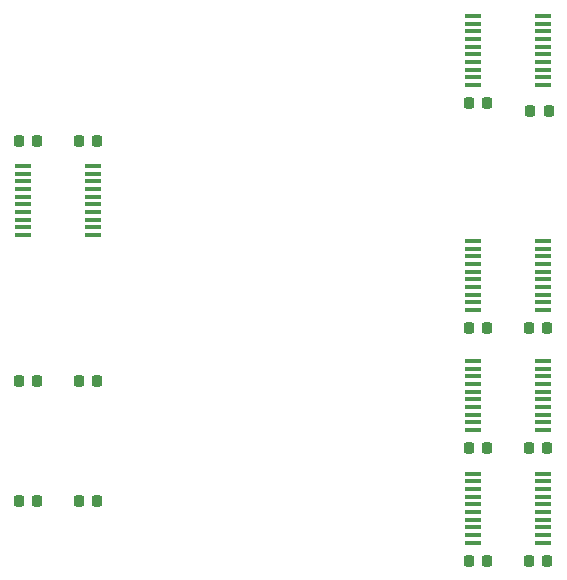
<source format=gtp>
G04 #@! TF.GenerationSoftware,KiCad,Pcbnew,7.0.1*
G04 #@! TF.CreationDate,2023-04-30T12:50:43-04:00*
G04 #@! TF.ProjectId,5v levelshifter board,3576206c-6576-4656-9c73-686966746572,rev?*
G04 #@! TF.SameCoordinates,Original*
G04 #@! TF.FileFunction,Paste,Top*
G04 #@! TF.FilePolarity,Positive*
%FSLAX46Y46*%
G04 Gerber Fmt 4.6, Leading zero omitted, Abs format (unit mm)*
G04 Created by KiCad (PCBNEW 7.0.1) date 2023-04-30 12:50:43*
%MOMM*%
%LPD*%
G01*
G04 APERTURE LIST*
G04 Aperture macros list*
%AMRoundRect*
0 Rectangle with rounded corners*
0 $1 Rounding radius*
0 $2 $3 $4 $5 $6 $7 $8 $9 X,Y pos of 4 corners*
0 Add a 4 corners polygon primitive as box body*
4,1,4,$2,$3,$4,$5,$6,$7,$8,$9,$2,$3,0*
0 Add four circle primitives for the rounded corners*
1,1,$1+$1,$2,$3*
1,1,$1+$1,$4,$5*
1,1,$1+$1,$6,$7*
1,1,$1+$1,$8,$9*
0 Add four rect primitives between the rounded corners*
20,1,$1+$1,$2,$3,$4,$5,0*
20,1,$1+$1,$4,$5,$6,$7,0*
20,1,$1+$1,$6,$7,$8,$9,0*
20,1,$1+$1,$8,$9,$2,$3,0*%
G04 Aperture macros list end*
%ADD10RoundRect,0.225000X0.225000X0.250000X-0.225000X0.250000X-0.225000X-0.250000X0.225000X-0.250000X0*%
%ADD11RoundRect,0.225000X-0.225000X-0.250000X0.225000X-0.250000X0.225000X0.250000X-0.225000X0.250000X0*%
%ADD12R,1.475000X0.450000*%
G04 APERTURE END LIST*
D10*
X169050000Y-130810000D03*
X167500000Y-130810000D03*
D11*
X134480000Y-95250000D03*
X136030000Y-95250000D03*
X172580000Y-121285000D03*
X174130000Y-121285000D03*
X134480000Y-115570000D03*
X136030000Y-115570000D03*
D12*
X173753000Y-90555000D03*
X173753000Y-89905000D03*
X173753000Y-89255000D03*
X173753000Y-88605000D03*
X173753000Y-87955000D03*
X173753000Y-87305000D03*
X173753000Y-86655000D03*
X173753000Y-86005000D03*
X173753000Y-85355000D03*
X173753000Y-84705000D03*
X167877000Y-84705000D03*
X167877000Y-85355000D03*
X167877000Y-86005000D03*
X167877000Y-86655000D03*
X167877000Y-87305000D03*
X167877000Y-87955000D03*
X167877000Y-88605000D03*
X167877000Y-89255000D03*
X167877000Y-89905000D03*
X167877000Y-90555000D03*
D10*
X130950000Y-125730000D03*
X129400000Y-125730000D03*
X169050000Y-92075000D03*
X167500000Y-92075000D03*
D11*
X172580000Y-111125000D03*
X174130000Y-111125000D03*
X134480000Y-125730000D03*
X136030000Y-125730000D03*
D10*
X130950000Y-95250000D03*
X129400000Y-95250000D03*
D12*
X129777000Y-97405000D03*
X129777000Y-98055000D03*
X129777000Y-98705000D03*
X129777000Y-99355000D03*
X129777000Y-100005000D03*
X129777000Y-100655000D03*
X129777000Y-101305000D03*
X129777000Y-101955000D03*
X129777000Y-102605000D03*
X129777000Y-103255000D03*
X135653000Y-103255000D03*
X135653000Y-102605000D03*
X135653000Y-101955000D03*
X135653000Y-101305000D03*
X135653000Y-100655000D03*
X135653000Y-100005000D03*
X135653000Y-99355000D03*
X135653000Y-98705000D03*
X135653000Y-98055000D03*
X135653000Y-97405000D03*
D10*
X130950000Y-115570000D03*
X129400000Y-115570000D03*
D12*
X173753000Y-109605000D03*
X173753000Y-108955000D03*
X173753000Y-108305000D03*
X173753000Y-107655000D03*
X173753000Y-107005000D03*
X173753000Y-106355000D03*
X173753000Y-105705000D03*
X173753000Y-105055000D03*
X173753000Y-104405000D03*
X173753000Y-103755000D03*
X167877000Y-103755000D03*
X167877000Y-104405000D03*
X167877000Y-105055000D03*
X167877000Y-105705000D03*
X167877000Y-106355000D03*
X167877000Y-107005000D03*
X167877000Y-107655000D03*
X167877000Y-108305000D03*
X167877000Y-108955000D03*
X167877000Y-109605000D03*
D10*
X169050000Y-111125000D03*
X167500000Y-111125000D03*
D11*
X172580000Y-130810000D03*
X174130000Y-130810000D03*
D12*
X173753000Y-129290000D03*
X173753000Y-128640000D03*
X173753000Y-127990000D03*
X173753000Y-127340000D03*
X173753000Y-126690000D03*
X173753000Y-126040000D03*
X173753000Y-125390000D03*
X173753000Y-124740000D03*
X173753000Y-124090000D03*
X173753000Y-123440000D03*
X167877000Y-123440000D03*
X167877000Y-124090000D03*
X167877000Y-124740000D03*
X167877000Y-125390000D03*
X167877000Y-126040000D03*
X167877000Y-126690000D03*
X167877000Y-127340000D03*
X167877000Y-127990000D03*
X167877000Y-128640000D03*
X167877000Y-129290000D03*
D10*
X169050000Y-121285000D03*
X167500000Y-121285000D03*
D11*
X172720000Y-92710000D03*
X174270000Y-92710000D03*
D12*
X173753000Y-119765000D03*
X173753000Y-119115000D03*
X173753000Y-118465000D03*
X173753000Y-117815000D03*
X173753000Y-117165000D03*
X173753000Y-116515000D03*
X173753000Y-115865000D03*
X173753000Y-115215000D03*
X173753000Y-114565000D03*
X173753000Y-113915000D03*
X167877000Y-113915000D03*
X167877000Y-114565000D03*
X167877000Y-115215000D03*
X167877000Y-115865000D03*
X167877000Y-116515000D03*
X167877000Y-117165000D03*
X167877000Y-117815000D03*
X167877000Y-118465000D03*
X167877000Y-119115000D03*
X167877000Y-119765000D03*
M02*

</source>
